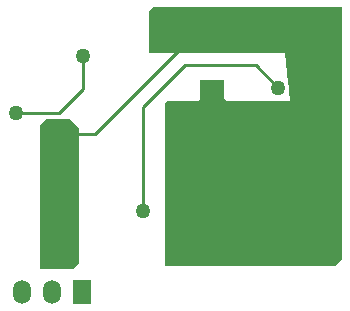
<source format=gbl>
G04*
G04 #@! TF.GenerationSoftware,Altium Limited,Altium Designer,24.10.1 (45)*
G04*
G04 Layer_Physical_Order=2*
G04 Layer_Color=16711680*
%FSLAX25Y25*%
%MOIN*%
G70*
G04*
G04 #@! TF.SameCoordinates,3451842A-4D4D-41BC-B275-7F58107C68D5*
G04*
G04*
G04 #@! TF.FilePolarity,Positive*
G04*
G01*
G75*
%ADD10C,0.01000*%
%ADD30O,0.05906X0.07874*%
%ADD31R,0.05906X0.07874*%
%ADD32C,0.02500*%
%ADD33C,0.05000*%
G36*
X142500Y456000D02*
Y411000D01*
X140500Y409000D01*
X129500D01*
Y457000D01*
X131500Y459000D01*
X139500D01*
X142500Y456000D01*
D02*
G37*
G36*
X230250Y412500D02*
X227750Y410000D01*
X171250D01*
Y464500D01*
X171750Y465000D01*
X182250D01*
X182750Y465500D01*
Y472000D01*
X190750D01*
Y466000D01*
X191750Y465000D01*
X212750D01*
X212405Y468683D01*
X212500Y469039D01*
Y469961D01*
X212262Y470851D01*
X212190Y470975D01*
X211250Y481000D01*
X165750D01*
Y495000D01*
X167250Y496500D01*
X230250D01*
Y412500D01*
D02*
G37*
D10*
X201500Y477000D02*
X209000Y469500D01*
X178000Y477000D02*
X201500D01*
X164000Y428500D02*
Y463000D01*
X178000Y477000D01*
X148000Y454000D02*
X181000Y487000D01*
X138500Y454000D02*
X148000D01*
X144000Y469000D02*
Y480000D01*
X136000Y461000D02*
X144000Y469000D01*
X121500Y461000D02*
X136000D01*
D30*
X123500Y401500D02*
D03*
X133500D02*
D03*
D31*
X143500D02*
D03*
D32*
X225000Y487500D02*
D03*
X228750Y480000D02*
D03*
X225000Y472500D02*
D03*
X228750Y465000D02*
D03*
X225000Y457500D02*
D03*
X228750Y450000D02*
D03*
X225000Y442500D02*
D03*
X228750Y435000D02*
D03*
X225000Y427500D02*
D03*
X228750Y420000D02*
D03*
X225000Y412500D02*
D03*
X217500Y487500D02*
D03*
X221250Y480000D02*
D03*
X217500Y472500D02*
D03*
X221250Y465000D02*
D03*
X217500Y457500D02*
D03*
X221250Y450000D02*
D03*
X217500Y442500D02*
D03*
X221250Y435000D02*
D03*
X217500Y427500D02*
D03*
X221250Y420000D02*
D03*
X217500Y412500D02*
D03*
X210000Y487500D02*
D03*
X213750Y480000D02*
D03*
Y450000D02*
D03*
X210000Y442500D02*
D03*
X213750Y435000D02*
D03*
X210000Y427500D02*
D03*
X213750Y420000D02*
D03*
X210000Y412500D02*
D03*
X202500Y487500D02*
D03*
Y457500D02*
D03*
Y442500D02*
D03*
X206250Y435000D02*
D03*
X202500Y427500D02*
D03*
Y412500D02*
D03*
X195000Y487500D02*
D03*
Y457500D02*
D03*
X198750Y450000D02*
D03*
Y435000D02*
D03*
X195000Y427500D02*
D03*
X198750Y420000D02*
D03*
X195000Y412500D02*
D03*
X187500Y487500D02*
D03*
Y457500D02*
D03*
X191250Y450000D02*
D03*
X187500Y442500D02*
D03*
Y427500D02*
D03*
X191250Y420000D02*
D03*
X187500Y412500D02*
D03*
X180000Y457500D02*
D03*
X183750Y450000D02*
D03*
X180000Y442500D02*
D03*
X183750Y435000D02*
D03*
Y420000D02*
D03*
X180000Y412500D02*
D03*
X176250Y420000D02*
D03*
X135000Y457500D02*
D03*
X138750Y450000D02*
D03*
X135000Y442500D02*
D03*
X138750Y435000D02*
D03*
X135000Y427500D02*
D03*
X138750Y420000D02*
D03*
D33*
X144000Y480000D02*
D03*
X121500Y461000D02*
D03*
X164000Y428500D02*
D03*
X209000Y469500D02*
D03*
M02*

</source>
